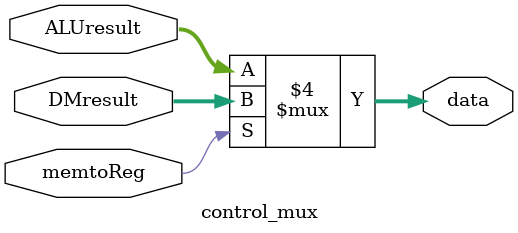
<source format=v>
module control_mux(memtoReg, ALUresult, DMresult, data);

input memtoReg;

input [31:0] ALUresult;

input [31:0] DMresult;

output reg [31:0] data;


always @ *
begin
	if(memtoReg==1'b1)
		data <= DMresult;
	else
		data <= ALUresult;

end
endmodule

</source>
